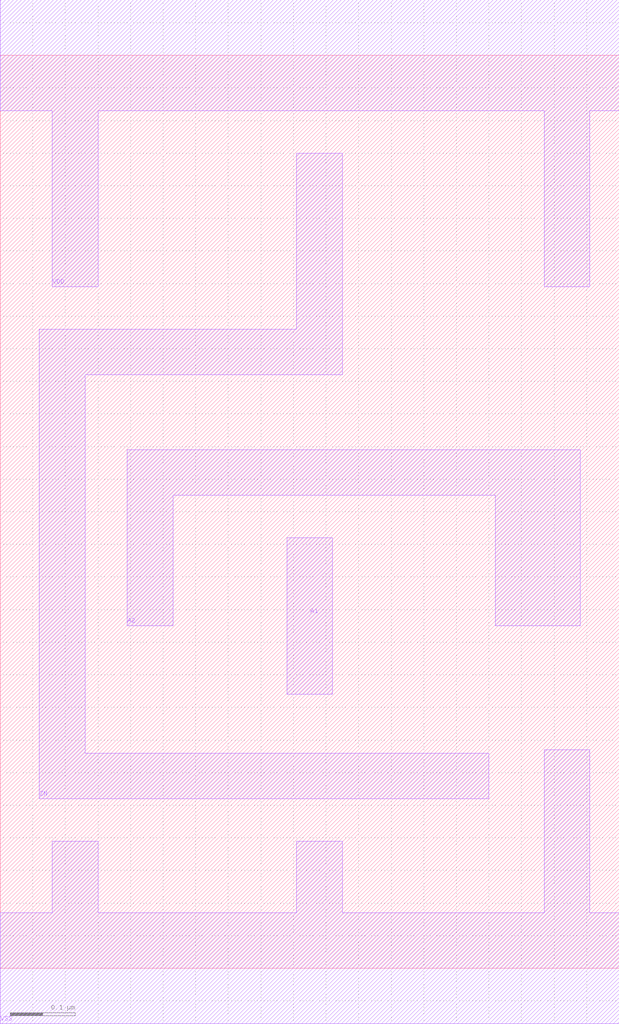
<source format=lef>
# 
# ******************************************************************************
# *                                                                            *
# *                   Copyright (C) 2004-2010, Nangate Inc.                    *
# *                           All rights reserved.                             *
# *                                                                            *
# * Nangate and the Nangate logo are trademarks of Nangate Inc.                *
# *                                                                            *
# * All trademarks, logos, software marks, and trade names (collectively the   *
# * "Marks") in this program are proprietary to Nangate or other respective    *
# * owners that have granted Nangate the right and license to use such Marks.  *
# * You are not permitted to use the Marks without the prior written consent   *
# * of Nangate or such third party that may own the Marks.                     *
# *                                                                            *
# * This file has been provided pursuant to a License Agreement containing     *
# * restrictions on its use. This file contains valuable trade secrets and     *
# * proprietary information of Nangate Inc., and is protected by U.S. and      *
# * international laws and/or treaties.                                        *
# *                                                                            *
# * The copyright notice(s) in this file does not indicate actual or intended  *
# * publication of this file.                                                  *
# *                                                                            *
# *     NGLibraryCreator, v2010.08-HR32-SP3-2010-08-05 - build 1009061800      *
# *                                                                            *
# ******************************************************************************
# 
# 
# Running on brazil06.nangate.com.br for user Giancarlo Franciscatto (gfr).
# Local time is now Fri, 3 Dec 2010, 19:32:18.
# Main process id is 27821.

VERSION 5.6 ;
BUSBITCHARS "[]" ;
DIVIDERCHAR "/" ;

MACRO NOR2_X2
  CLASS core ;
  FOREIGN NOR2_X2 0.0 0.0 ;
  ORIGIN 0 0 ;
  SYMMETRY X Y ;
  SITE FreePDK45_38x28_10R_NP_162NW_34O ;
  SIZE 0.95 BY 1.4 ;
  PIN A1
    DIRECTION INPUT ;
    ANTENNAPARTIALMETALAREA 0.0168 LAYER metal1 ;
    ANTENNAPARTIALMETALSIDEAREA 0.0806 LAYER metal1 ;
    ANTENNAGATEAREA 0.1045 ;
    PORT
      LAYER metal1 ;
        POLYGON 0.44 0.42 0.51 0.42 0.51 0.66 0.44 0.66  ;
    END
  END A1
  PIN A2
    DIRECTION INPUT ;
    ANTENNAPARTIALMETALAREA 0.08865 LAYER metal1 ;
    ANTENNAPARTIALMETALSIDEAREA 0.3029 LAYER metal1 ;
    ANTENNAGATEAREA 0.1045 ;
    PORT
      LAYER metal1 ;
        POLYGON 0.195 0.525 0.265 0.525 0.265 0.725 0.76 0.725 0.76 0.525 0.89 0.525 0.89 0.795 0.195 0.795  ;
    END
  END A2
  PIN ZN
    DIRECTION OUTPUT ;
    ANTENNAPARTIALMETALAREA 0.14035 LAYER metal1 ;
    ANTENNAPARTIALMETALSIDEAREA 0.5395 LAYER metal1 ;
    ANTENNADIFFAREA 0.2044 ;
    PORT
      LAYER metal1 ;
        POLYGON 0.06 0.26 0.75 0.26 0.75 0.33 0.13 0.33 0.13 0.91 0.525 0.91 0.525 1.25 0.455 1.25 0.455 0.98 0.06 0.98  ;
    END
  END ZN
  PIN VDD
    DIRECTION INOUT ;
    USE power ;
    SHAPE ABUTMENT ;
    PORT
      LAYER metal1 ;
        POLYGON 0 1.315 0.08 1.315 0.08 1.045 0.15 1.045 0.15 1.315 0.835 1.315 0.835 1.045 0.905 1.045 0.905 1.315 0.95 1.315 0.95 1.485 0 1.485  ;
    END
  END VDD
  PIN VSS
    DIRECTION INOUT ;
    USE ground ;
    SHAPE ABUTMENT ;
    PORT
      LAYER metal1 ;
        POLYGON 0 -0.085 0.95 -0.085 0.95 0.085 0.905 0.085 0.905 0.335 0.835 0.335 0.835 0.085 0.525 0.085 0.525 0.195 0.455 0.195 0.455 0.085 0.15 0.085 0.15 0.195 0.08 0.195 0.08 0.085 0 0.085  ;
    END
  END VSS
END NOR2_X2

END LIBRARY
#
# End of file
#

</source>
